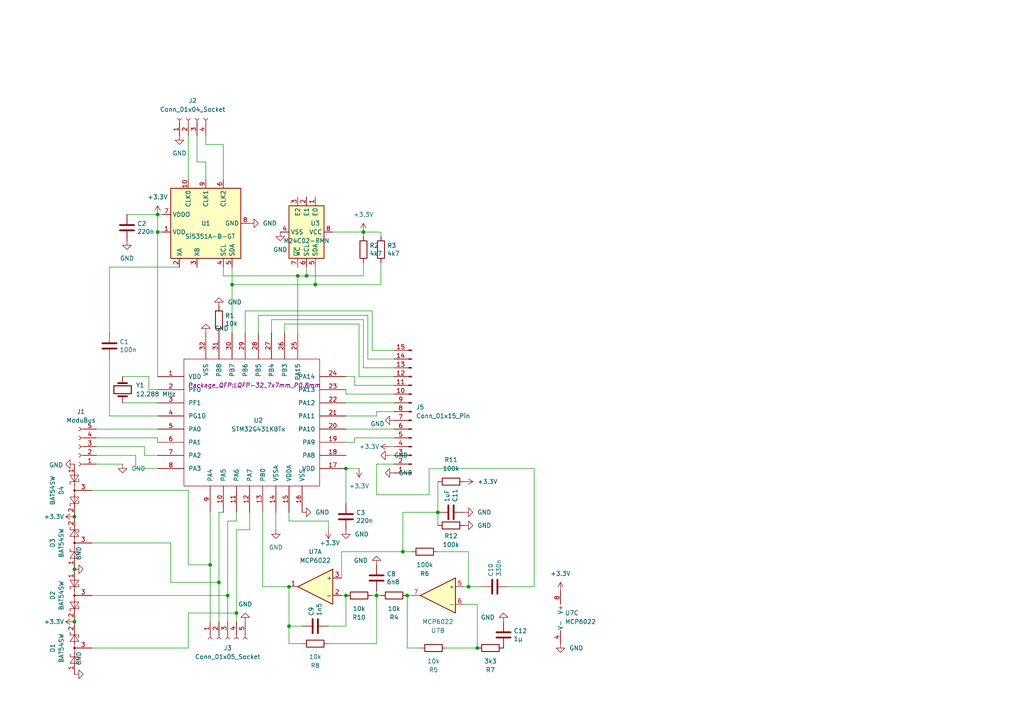
<source format=kicad_sch>
(kicad_sch (version 20231120) (generator "eeschema") (generator_version "8.0")
  (paper "A4")
  (title_block (title "SQUEOW!") (date "2024-10-07") (rev "v0.2") (comment 1 "square meow pusher"))
  (lib_symbols
    (symbol "Amplifier_Operational:MCP6022" (pin_names (offset 0.127))
      (property "Reference" "U" (at 0 5.08 0))
      (property "Value" "MCP6022" (at 0 -5.08 0))
      (symbol "MCP6022_1_1"
        (polyline (pts (xy -5.08 5.08) (xy 5.08 0) (xy -5.08 -5.08) (xy -5.08 5.08)) (stroke (width 0.254)) (fill (type background)))
        (pin output line (at 7.62 0 180) (length 2.54) (name "~") (number "1"))
        (pin input line (at -7.62 -2.54 0) (length 2.54) (name "-") (number "2"))
        (pin input line (at -7.62 2.54 0) (length 2.54) (name "+") (number "3"))
      )
      (symbol "MCP6022_2_1"
        (polyline (pts (xy -5.08 5.08) (xy 5.08 0) (xy -5.08 -5.08) (xy -5.08 5.08)) (stroke (width 0.254)) (fill (type background)))
        (pin input line (at -7.62 2.54 0) (length 2.54) (name "+") (number "5"))
        (pin input line (at -7.62 -2.54 0) (length 2.54) (name "-") (number "6"))
        (pin output line (at 7.62 0 180) (length 2.54) (name "~") (number "7"))
      )
      (symbol "MCP6022_3_1"
        (pin power_in line (at -2.54 -7.62 90) (length 3.81) (name "V-") (number "4"))
        (pin power_in line (at -2.54 7.62 270) (length 3.81) (name "V+") (number "8"))
      )
    )
    (symbol "Connector:Conn_01x04_Socket" (pin_names (offset 1.016) hide)
      (property "Reference" "J" (at 0 5.08 0))
      (property "Value" "Conn_01x04_Socket" (at 0 -7.62 0))
      (symbol "Conn_01x04_Socket_1_1"
        (arc (start 0 -4.572) (mid -0.5058 -5.08) (end 0 -5.588) (stroke (width 0.1524)))
        (arc (start 0 -2.032) (mid -0.5058 -2.54) (end 0 -3.048) (stroke (width 0.1524)))
        (polyline (pts (xy -1.27 -5.08) (xy -0.508 -5.08)) (stroke (width 0.1524)))
        (polyline (pts (xy -1.27 -2.54) (xy -0.508 -2.54)) (stroke (width 0.1524)))
        (polyline (pts (xy -1.27 0) (xy -0.508 0)) (stroke (width 0.1524)))
        (polyline (pts (xy -1.27 2.54) (xy -0.508 2.54)) (stroke (width 0.1524)))
        (arc (start 0 0.508) (mid -0.5058 0) (end 0 -0.508) (stroke (width 0.1524)))
        (arc (start 0 3.048) (mid -0.5058 2.54) (end 0 2.032) (stroke (width 0.1524)))
        (pin passive line (at -5.08 2.54 0) (length 3.81) (name "Pin_1") (number "1"))
        (pin passive line (at -5.08 0 0) (length 3.81) (name "Pin_2") (number "2"))
        (pin passive line (at -5.08 -2.54 0) (length 3.81) (name "Pin_3") (number "3"))
        (pin passive line (at -5.08 -5.08 0) (length 3.81) (name "Pin_4") (number "4"))
      )
    )
    (symbol "Connector:Conn_01x05_Female" (pin_names (offset 1.016) hide)
      (property "Reference" "J" (at 0 7.62 0))
      (property "Value" "Conn_01x05_Female" (at 0 -7.62 0))
      (symbol "Conn_01x05_Female_1_1"
        (arc (start 0 -4.572) (mid -0.5058 -5.08) (end 0 -5.588) (stroke (width 0.1524)))
        (arc (start 0 -2.032) (mid -0.5058 -2.54) (end 0 -3.048) (stroke (width 0.1524)))
        (polyline (pts (xy -1.27 -5.08) (xy -0.508 -5.08)) (stroke (width 0.1524)))
        (polyline (pts (xy -1.27 -2.54) (xy -0.508 -2.54)) (stroke (width 0.1524)))
        (polyline (pts (xy -1.27 0) (xy -0.508 0)) (stroke (width 0.1524)))
        (polyline (pts (xy -1.27 2.54) (xy -0.508 2.54)) (stroke (width 0.1524)))
        (polyline (pts (xy -1.27 5.08) (xy -0.508 5.08)) (stroke (width 0.1524)))
        (arc (start 0 0.508) (mid -0.5058 0) (end 0 -0.508) (stroke (width 0.1524)))
        (arc (start 0 3.048) (mid -0.5058 2.54) (end 0 2.032) (stroke (width 0.1524)))
        (arc (start 0 5.588) (mid -0.5058 5.08) (end 0 4.572) (stroke (width 0.1524)))
        (pin passive line (at -5.08 5.08 0) (length 3.81) (name "Pin_1") (number "1"))
        (pin passive line (at -5.08 2.54 0) (length 3.81) (name "Pin_2") (number "2"))
        (pin passive line (at -5.08 0 0) (length 3.81) (name "Pin_3") (number "3"))
        (pin passive line (at -5.08 -2.54 0) (length 3.81) (name "Pin_4") (number "4"))
        (pin passive line (at -5.08 -5.08 0) (length 3.81) (name "Pin_5") (number "5"))
      )
    )
    (symbol "Connector:Conn_01x05_Socket" (pin_names (offset 1.016) hide)
      (property "Reference" "J" (at 0 7.62 0))
      (property "Value" "Conn_01x05_Socket" (at 0 -7.62 0))
      (symbol "Conn_01x05_Socket_1_1"
        (arc (start 0 -4.572) (mid -0.5058 -5.08) (end 0 -5.588) (stroke (width 0.1524)))
        (arc (start 0 -2.032) (mid -0.5058 -2.54) (end 0 -3.048) (stroke (width 0.1524)))
        (polyline (pts (xy -1.27 -5.08) (xy -0.508 -5.08)) (stroke (width 0.1524)))
        (polyline (pts (xy -1.27 -2.54) (xy -0.508 -2.54)) (stroke (width 0.1524)))
        (polyline (pts (xy -1.27 0) (xy -0.508 0)) (stroke (width 0.1524)))
        (polyline (pts (xy -1.27 2.54) (xy -0.508 2.54)) (stroke (width 0.1524)))
        (polyline (pts (xy -1.27 5.08) (xy -0.508 5.08)) (stroke (width 0.1524)))
        (arc (start 0 0.508) (mid -0.5058 0) (end 0 -0.508) (stroke (width 0.1524)))
        (arc (start 0 3.048) (mid -0.5058 2.54) (end 0 2.032) (stroke (width 0.1524)))
        (arc (start 0 5.588) (mid -0.5058 5.08) (end 0 4.572) (stroke (width 0.1524)))
        (pin passive line (at -5.08 5.08 0) (length 3.81) (name "Pin_1") (number "1"))
        (pin passive line (at -5.08 2.54 0) (length 3.81) (name "Pin_2") (number "2"))
        (pin passive line (at -5.08 0 0) (length 3.81) (name "Pin_3") (number "3"))
        (pin passive line (at -5.08 -2.54 0) (length 3.81) (name "Pin_4") (number "4"))
        (pin passive line (at -5.08 -5.08 0) (length 3.81) (name "Pin_5") (number "5"))
      )
    )
    (symbol "Connector:Conn_01x15_Pin" (pin_names (offset 1.016) hide)
      (property "Reference" "J" (at 0 20.32 0))
      (property "Value" "Conn_01x15_Pin" (at 0 -20.32 0))
      (symbol "Conn_01x15_Pin_1_1"
        (polyline (pts (xy 1.27 -17.78) (xy 0.8636 -17.78)) (stroke (width 0.1524)))
        (polyline (pts (xy 1.27 -15.24) (xy 0.8636 -15.24)) (stroke (width 0.1524)))
        (polyline (pts (xy 1.27 -12.7) (xy 0.8636 -12.7)) (stroke (width 0.1524)))
        (polyline (pts (xy 1.27 -10.16) (xy 0.8636 -10.16)) (stroke (width 0.1524)))
        (polyline (pts (xy 1.27 -7.62) (xy 0.8636 -7.62)) (stroke (width 0.1524)))
        (polyline (pts (xy 1.27 -5.08) (xy 0.8636 -5.08)) (stroke (width 0.1524)))
        (polyline (pts (xy 1.27 -2.54) (xy 0.8636 -2.54)) (stroke (width 0.1524)))
        (polyline (pts (xy 1.27 0) (xy 0.8636 0)) (stroke (width 0.1524)))
        (polyline (pts (xy 1.27 2.54) (xy 0.8636 2.54)) (stroke (width 0.1524)))
        (polyline (pts (xy 1.27 5.08) (xy 0.8636 5.08)) (stroke (width 0.1524)))
        (polyline (pts (xy 1.27 7.62) (xy 0.8636 7.62)) (stroke (width 0.1524)))
        (polyline (pts (xy 1.27 10.16) (xy 0.8636 10.16)) (stroke (width 0.1524)))
        (polyline (pts (xy 1.27 12.7) (xy 0.8636 12.7)) (stroke (width 0.1524)))
        (polyline (pts (xy 1.27 15.24) (xy 0.8636 15.24)) (stroke (width 0.1524)))
        (polyline (pts (xy 1.27 17.78) (xy 0.8636 17.78)) (stroke (width 0.1524)))
        (rectangle (start 0.8636 -17.653) (end 0 -17.907) (stroke (width 0.1524)) (fill (type outline)))
        (rectangle (start 0.8636 -15.113) (end 0 -15.367) (stroke (width 0.1524)) (fill (type outline)))
        (rectangle (start 0.8636 -12.573) (end 0 -12.827) (stroke (width 0.1524)) (fill (type outline)))
        (rectangle (start 0.8636 -10.033) (end 0 -10.287) (stroke (width 0.1524)) (fill (type outline)))
        (rectangle (start 0.8636 -7.493) (end 0 -7.747) (stroke (width 0.1524)) (fill (type outline)))
        (rectangle (start 0.8636 -4.953) (end 0 -5.207) (stroke (width 0.1524)) (fill (type outline)))
        (rectangle (start 0.8636 -2.413) (end 0 -2.667) (stroke (width 0.1524)) (fill (type outline)))
        (rectangle (start 0.8636 0.127) (end 0 -0.127) (stroke (width 0.1524)) (fill (type outline)))
        (rectangle (start 0.8636 2.667) (end 0 2.413) (stroke (width 0.1524)) (fill (type outline)))
        (rectangle (start 0.8636 5.207) (end 0 4.953) (stroke (width 0.1524)) (fill (type outline)))
        (rectangle (start 0.8636 7.747) (end 0 7.493) (stroke (width 0.1524)) (fill (type outline)))
        (rectangle (start 0.8636 10.287) (end 0 10.033) (stroke (width 0.1524)) (fill (type outline)))
        (rectangle (start 0.8636 12.827) (end 0 12.573) (stroke (width 0.1524)) (fill (type outline)))
        (rectangle (start 0.8636 15.367) (end 0 15.113) (stroke (width 0.1524)) (fill (type outline)))
        (rectangle (start 0.8636 17.907) (end 0 17.653) (stroke (width 0.1524)) (fill (type outline)))
        (pin passive line (at 5.08 17.78 180) (length 3.81) (name "Pin_1") (number "1"))
        (pin passive line (at 5.08 -5.08 180) (length 3.81) (name "Pin_10") (number "10"))
        (pin passive line (at 5.08 -7.62 180) (length 3.81) (name "Pin_11") (number "11"))
        (pin passive line (at 5.08 -10.16 180) (length 3.81) (name "Pin_12") (number "12"))
        (pin passive line (at 5.08 -12.7 180) (length 3.81) (name "Pin_13") (number "13"))
        (pin passive line (at 5.08 -15.24 180) (length 3.81) (name "Pin_14") (number "14"))
        (pin passive line (at 5.08 -17.78 180) (length 3.81) (name "Pin_15") (number "15"))
        (pin passive line (at 5.08 15.24 180) (length 3.81) (name "Pin_2") (number "2"))
        (pin passive line (at 5.08 12.7 180) (length 3.81) (name "Pin_3") (number "3"))
        (pin passive line (at 5.08 10.16 180) (length 3.81) (name "Pin_4") (number "4"))
        (pin passive line (at 5.08 7.62 180) (length 3.81) (name "Pin_5") (number "5"))
        (pin passive line (at 5.08 5.08 180) (length 3.81) (name "Pin_6") (number "6"))
        (pin passive line (at 5.08 2.54 180) (length 3.81) (name "Pin_7") (number "7"))
        (pin passive line (at 5.08 0 180) (length 3.81) (name "Pin_8") (number "8"))
        (pin passive line (at 5.08 -2.54 180) (length 3.81) (name "Pin_9") (number "9"))
      )
    )
    (symbol "Device:C" (pin_numbers hide) (pin_names (offset 0.254))
      (property "Reference" "C" (at 0.635 2.54 0))
      (property "Value" "C" (at 0.635 -2.54 0))
      (symbol "C_0_1"
        (polyline (pts (xy -2.032 -0.762) (xy 2.032 -0.762)) (stroke (width 0.508)))
        (polyline (pts (xy -2.032 0.762) (xy 2.032 0.762)) (stroke (width 0.508)))
      )
      (symbol "C_1_1"
        (pin passive line (at 0 3.81 270) (length 2.794) (name "~") (number "1"))
        (pin passive line (at 0 -3.81 90) (length 2.794) (name "~") (number "2"))
      )
    )
    (symbol "Device:Crystal" (pin_numbers hide) (pin_names (offset 1.016) hide)
      (property "Reference" "Y" (at 0 3.81 0))
      (property "Value" "Crystal" (at 0 -3.81 0))
      (symbol "Crystal_0_1"
        (rectangle (start -1.143 2.54) (end 1.143 -2.54) (stroke (width 0.3048)))
        (polyline (pts (xy -2.54 0) (xy -1.905 0)))
        (polyline (pts (xy -1.905 -1.27) (xy -1.905 1.27)) (stroke (width 0.508)))
        (polyline (pts (xy 1.905 -1.27) (xy 1.905 1.27)) (stroke (width 0.508)))
        (polyline (pts (xy 2.54 0) (xy 1.905 0)))
      )
      (symbol "Crystal_1_1"
        (pin passive line (at -3.81 0 0) (length 1.27) (name "1") (number "1"))
        (pin passive line (at 3.81 0 180) (length 1.27) (name "2") (number "2"))
      )
    )
    (symbol "Device:R" (pin_numbers hide) (pin_names (offset 0))
      (property "Reference" "R" (at 2.032 0 90))
      (property "Value" "Device_R" (at 0 0 90))
      (symbol "R_0_1"
        (rectangle (start -1.016 -2.54) (end 1.016 2.54) (stroke (width 0.254)))
      )
      (symbol "R_1_1"
        (pin passive line (at 0 3.81 270) (length 1.27) (name "~") (number "1"))
        (pin passive line (at 0 -3.81 90) (length 1.27) (name "~") (number "2"))
      )
    )
    (symbol "Diode:BAT54SW" (pin_names (offset 1.016))
      (property "Reference" "D" (at 0.635 -3.81 0))
      (property "Value" "BAT54SW" (at -6.35 3.175 0))
      (symbol "BAT54SW_0_1"
        (polyline (pts (xy -3.81 0) (xy -1.27 0)))
        (polyline (pts (xy -3.175 -1.27) (xy -3.175 -1.016)))
        (polyline (pts (xy -2.54 -1.27) (xy -3.175 -1.27)))
        (polyline (pts (xy -2.54 -1.27) (xy -2.54 1.27)))
        (polyline (pts (xy -2.54 1.27) (xy -1.905 1.27)))
        (polyline (pts (xy -1.905 0) (xy 1.905 0)))
        (polyline (pts (xy -1.905 1.27) (xy -1.905 1.016)))
        (polyline (pts (xy 1.27 0) (xy 3.81 0)))
        (polyline (pts (xy 3.175 -1.27) (xy 3.175 -1.016)))
        (polyline (pts (xy 3.81 -1.27) (xy 3.175 -1.27)))
        (polyline (pts (xy 3.81 -1.27) (xy 3.81 1.27)))
        (polyline (pts (xy 3.81 1.27) (xy 4.445 1.27)))
        (polyline (pts (xy 4.445 1.27) (xy 4.445 1.016)))
        (polyline (pts (xy -4.445 1.27) (xy -4.445 -1.27) (xy -2.54 0) (xy -4.445 1.27)))
        (polyline (pts (xy 1.905 1.27) (xy 1.905 -1.27) (xy 3.81 0) (xy 1.905 1.27)))
        (circle (center 0 0) (radius 0.254) (fill (type outline)))
      )
      (symbol "BAT54SW_1_1"
        (pin passive line (at -7.62 0 0) (length 3.81) (name "~") (number "1"))
        (pin passive line (at 7.62 0 180) (length 3.81) (name "~") (number "2"))
        (pin passive line (at 0 -5.08 90) (length 5.08) (name "~") (number "3"))
      )
    )
    (symbol "Memory_EEPROM:M24C02-RMN"
      (property "Reference" "U" (at -6.35 6.35 0))
      (property "Value" "Memory_EEPROM_M24C02-RMN" (at 7.62 6.35 0))
      (symbol "M24C02-RMN_0_1"
        (rectangle (start -7.62 5.08) (end 7.62 -5.08) (stroke (width 0.254)) (fill (type background)))
      )
      (symbol "M24C02-RMN_1_1"
        (pin input line (at -10.16 2.54 0) (length 2.54) (name "E0") (number "1"))
        (pin input line (at -10.16 0 0) (length 2.54) (name "E1") (number "2"))
        (pin input line (at -10.16 -2.54 0) (length 2.54) (name "E2") (number "3"))
        (pin power_in line (at 0 -7.62 90) (length 2.54) (name "VSS") (number "4"))
        (pin bidirectional line (at 10.16 2.54 180) (length 2.54) (name "SDA") (number "5"))
        (pin input line (at 10.16 0 180) (length 2.54) (name "SCL") (number "6"))
        (pin input line (at 10.16 -2.54 180) (length 2.54) (name "~{WC}") (number "7"))
        (pin power_in line (at 0 7.62 270) (length 2.54) (name "VCC") (number "8"))
      )
    )
    (symbol "Oscillator:Si5351A-B-GT"
      (property "Reference" "U" (at -8.89 11.43 0))
      (property "Value" "Si5351A-B-GT" (at -12.7 -12.7 0))
      (symbol "Si5351A-B-GT_0_1"
        (rectangle (start -10.16 10.16) (end 10.16 -10.16) (stroke (width 0.254)) (fill (type background)))
      )
      (symbol "Si5351A-B-GT_1_1"
        (pin power_in line (at -2.54 12.7 270) (length 2.54) (name "VDD") (number "1"))
        (pin output line (at 12.7 5.08 180) (length 2.54) (name "CLK0") (number "10"))
        (pin input line (at -12.7 7.62 0) (length 2.54) (name "XA") (number "2"))
        (pin input line (at -12.7 2.54 0) (length 2.54) (name "XB") (number "3"))
        (pin input line (at -12.7 -5.08 0) (length 2.54) (name "SCL") (number "4"))
        (pin bidirectional line (at -12.7 -7.62 0) (length 2.54) (name "SDA") (number "5"))
        (pin output line (at 12.7 -5.08 180) (length 2.54) (name "CLK2") (number "6"))
        (pin power_in line (at 2.54 12.7 270) (length 2.54) (name "VDDO") (number "7"))
        (pin power_in line (at 0 -12.7 90) (length 2.54) (name "GND") (number "8"))
        (pin output line (at 12.7 0 180) (length 2.54) (name "CLK1") (number "9"))
      )
    )
    (symbol "R_1" (pin_numbers hide) (pin_names (offset 0))
      (property "Reference" "R" (at 2.032 0 90))
      (property "Value" "R" (at 0 0 90))
      (symbol "R_1_0_1"
        (rectangle (start -1.016 -2.54) (end 1.016 2.54) (stroke (width 0.254)))
      )
      (symbol "R_1_1_1"
        (pin passive line (at 0 3.81 270) (length 1.27) (name "~") (number "1"))
        (pin passive line (at 0 -3.81 90) (length 1.27) (name "~") (number "2"))
      )
    )
    (symbol "cesco:STM32G431KBTx" (pin_names (offset 1.27))
      (property "Reference" "U" (at 0 2.54 0))
      (property "Value" "STM32G431KBTx" (at 0 -2.54 0))
      (property "Footprint" "LQFP32" (at 0 -5.08 0))
      (symbol "STM32G431KBTx_0_1"
        (rectangle (start -21.59 19.05) (end 17.78 -17.78))
      )
      (symbol "STM32G431KBTx_1_1"
        (pin power_in line (at -29.21 13.97 0) (length 7.62) (name "VDD") (number "1"))
        (pin bidirectional line (at -10.16 -25.4 90) (length 7.62) (name "PA5") (number "10"))
        (pin bidirectional line (at -6.35 -25.4 90) (length 7.62) (name "PA6") (number "11"))
        (pin bidirectional line (at -2.54 -25.4 90) (length 7.62) (name "PA7") (number "12"))
        (pin bidirectional line (at 1.27 -25.4 90) (length 7.62) (name "PB0") (number "13"))
        (pin power_in line (at 5.08 -25.4 90) (length 7.62) (name "VSSA") (number "14"))
        (pin power_in line (at 8.89 -25.4 90) (length 7.62) (name "VDDA") (number "15"))
        (pin power_in line (at 12.7 -25.4 90) (length 7.62) (name "VSS") (number "16"))
        (pin power_in line (at 25.4 -12.7 180) (length 7.62) (name "VDD") (number "17"))
        (pin bidirectional line (at 25.4 -8.89 180) (length 7.62) (name "PA8") (number "18"))
        (pin bidirectional line (at 25.4 -5.08 180) (length 7.62) (name "PA9") (number "19"))
        (pin bidirectional line (at -29.21 10.16 0) (length 7.62) (name "PF0") (number "2"))
        (pin bidirectional line (at 25.4 -1.27 180) (length 7.62) (name "PA10") (number "20"))
        (pin bidirectional line (at 25.4 2.54 180) (length 7.62) (name "PA11") (number "21"))
        (pin bidirectional line (at 25.4 6.35 180) (length 7.62) (name "PA12") (number "22"))
        (pin bidirectional line (at 25.4 10.16 180) (length 7.62) (name "PA13") (number "23"))
        (pin bidirectional line (at 25.4 13.97 180) (length 7.62) (name "PA14") (number "24"))
        (pin bidirectional line (at 11.43 26.67 270) (length 7.62) (name "PA15") (number "25"))
        (pin bidirectional line (at 7.62 26.67 270) (length 7.62) (name "PB3") (number "26"))
        (pin bidirectional line (at 3.81 26.67 270) (length 7.62) (name "PB4") (number "27"))
        (pin bidirectional line (at 0 26.67 270) (length 7.62) (name "PB5") (number "28"))
        (pin bidirectional line (at -3.81 26.67 270) (length 7.62) (name "PB6") (number "29"))
        (pin bidirectional line (at -29.21 6.35 0) (length 7.62) (name "PF1") (number "3"))
        (pin bidirectional line (at -7.62 26.67 270) (length 7.62) (name "PB7") (number "30"))
        (pin bidirectional line (at -11.43 26.67 270) (length 7.62) (name "PB8") (number "31"))
        (pin power_in line (at -15.24 26.67 270) (length 7.62) (name "VSS") (number "32"))
        (pin bidirectional line (at -29.21 2.54 0) (length 7.62) (name "PG10") (number "4"))
        (pin bidirectional line (at -29.21 -1.27 0) (length 7.62) (name "PA0") (number "5"))
        (pin bidirectional line (at -29.21 -5.08 0) (length 7.62) (name "PA1") (number "6"))
        (pin bidirectional line (at -29.21 -8.89 0) (length 7.62) (name "PA2") (number "7"))
        (pin bidirectional line (at -29.21 -12.7 0) (length 7.62) (name "PA3") (number "8"))
        (pin bidirectional line (at -13.97 -25.4 90) (length 7.62) (name "PA4") (number "9"))
      )
    )
    (symbol "power:+3.3V" (power) (pin_names (offset 0))
      (property "Value" "+3.3V" (at 0 3.556 0))
      (symbol "+3.3V_0_1"
        (polyline (pts (xy -0.762 1.27) (xy 0 2.54)))
        (polyline (pts (xy 0 0) (xy 0 2.54)))
        (polyline (pts (xy 0 2.54) (xy 0.762 1.27)))
      )
      (symbol "+3.3V_1_1"
        (pin power_in line (at 0 0 90) (length 0) hide (name "+3.3V") (number "1"))
      )
    )
    (symbol "power:GND" (power) (pin_names (offset 0))
      (property "Value" "GND" (at 0 -3.81 0))
      (symbol "GND_0_1"
        (polyline (pts (xy 0 0) (xy 0 -1.27) (xy 1.27 -1.27) (xy 0 -2.54) (xy -1.27 -1.27) (xy 0 -1.27)))
      )
      (symbol "GND_1_1"
        (pin power_in line (at 0 0 270) (length 0) hide (name "GND") (number "1"))
      )
    )
  )
  (junction (at 86.36 80.01))
  (junction (at 68.58 177.8))
  (junction (at 127 148.59))
  (junction (at 100.33 135.89))
  (junction (at 116.84 160.02))
  (junction (at 60.96 163.83))
  (junction (at 83.82 181.61))
  (junction (at 105.41 67.31))
  (junction (at 118.11 172.72))
  (junction (at 66.04 172.72))
  (junction (at 67.31 82.55))
  (junction (at 21.59 149.86))
  (junction (at 21.59 180.34))
  (junction (at 109.22 172.72))
  (junction (at 88.9 80.01))
  (junction (at 91.44 82.55))
  (junction (at 138.43 187.96))
  (junction (at 45.72 67.31))
  (junction (at 100.33 172.72))
  (junction (at 63.5 168.91))
  (junction (at 45.72 62.23))
  (junction (at 21.59 165.1))
  (junction (at 83.82 170.18))
  (junction (at 135.89 170.18))
  (wire (pts (xy 118.11 187.96) (xy 118.11 172.72)))
  (wire (pts (xy 96.52 67.31) (xy 105.41 67.31)))
  (wire (pts (xy 41.91 129.54) (xy 41.91 132.08)))
  (wire (pts (xy 116.84 148.59) (xy 127 148.59)))
  (wire (pts (xy 54.61 39.37) (xy 54.61 52.07)))
  (wire (pts (xy 74.93 96.52) (xy 74.93 91.44)))
  (wire (pts (xy 124.46 135.89) (xy 124.46 143.51)))
  (wire (pts (xy 100.33 113.03) (xy 100.33 114.3)))
  (wire (pts (xy 83.82 151.13) (xy 95.25 151.13)))
  (wire (pts (xy 99.06 160.02) (xy 116.84 160.02)))
  (wire (pts (xy 104.14 135.89) (xy 100.33 135.89)))
  (wire (pts (xy 109.22 143.51) (xy 109.22 134.62)))
  (wire (pts (xy 83.82 170.18) (xy 83.82 181.61)))
  (wire (pts (xy 49.53 168.91) (xy 63.5 168.91)))
  (wire (pts (xy 67.31 82.55) (xy 67.31 96.52)))
  (wire (pts (xy 83.82 148.59) (xy 83.82 151.13)))
  (wire (pts (xy 105.41 67.31) (xy 105.41 68.58)))
  (wire (pts (xy 95.25 151.13) (xy 95.25 153.67)))
  (wire (pts (xy 71.12 96.52) (xy 71.12 90.17)))
  (wire (pts (xy 59.69 46.99) (xy 59.69 52.07)))
  (wire (pts (xy 109.22 172.72) (xy 110.49 172.72)))
  (wire (pts (xy 66.04 172.72) (xy 66.04 180.34)))
  (wire (pts (xy 45.72 62.23) (xy 46.99 62.23)))
  (wire (pts (xy 138.43 187.96) (xy 138.43 175.26)))
  (wire (pts (xy 63.5 148.59) (xy 63.5 168.91)))
  (wire (pts (xy 39.37 132.08) (xy 39.37 135.89)))
  (wire (pts (xy 76.2 170.18) (xy 83.82 170.18)))
  (wire (pts (xy 100.33 181.61) (xy 100.33 172.72)))
  (wire (pts (xy 49.53 157.48) (xy 49.53 168.91)))
  (wire (pts (xy 27.94 124.46) (xy 45.72 124.46)))
  (wire (pts (xy 154.94 135.89) (xy 124.46 135.89)))
  (wire (pts (xy 100.33 116.84) (xy 114.3 116.84)))
  (wire (pts (xy 45.72 67.31) (xy 45.72 62.23)))
  (wire (pts (xy 127 148.59) (xy 127 152.4)))
  (wire (pts (xy 118.11 187.96) (xy 121.92 187.96)))
  (wire (pts (xy 54.61 142.24) (xy 54.61 163.83)))
  (wire (pts (xy 26.67 142.24) (xy 54.61 142.24)))
  (wire (pts (xy 102.87 111.76) (xy 114.3 111.76)))
  (wire (pts (xy 66.04 151.13) (xy 66.04 172.72)))
  (wire (pts (xy 109.22 172.72) (xy 109.22 171.45)))
  (wire (pts (xy 104.14 109.22) (xy 114.3 109.22)))
  (wire (pts (xy 107.95 90.17) (xy 107.95 101.6)))
  (wire (pts (xy 45.72 127) (xy 45.72 128.27)))
  (wire (pts (xy 88.9 77.47) (xy 88.9 80.01)))
  (wire (pts (xy 63.5 168.91) (xy 63.5 180.34)))
  (wire (pts (xy 135.89 160.02) (xy 135.89 170.18)))
  (wire (pts (xy 54.61 177.8) (xy 68.58 177.8)))
  (wire (pts (xy 83.82 186.69) (xy 83.82 181.61)))
  (wire (pts (xy 67.31 77.47) (xy 67.31 82.55)))
  (wire (pts (xy 106.68 104.14) (xy 114.3 104.14)))
  (wire (pts (xy 60.96 148.59) (xy 60.96 163.83)))
  (wire (pts (xy 68.58 177.8) (xy 68.58 180.34)))
  (wire (pts (xy 87.63 186.69) (xy 83.82 186.69)))
  (wire (pts (xy 59.69 41.91) (xy 64.77 41.91)))
  (wire (pts (xy 82.55 96.52) (xy 82.55 93.98)))
  (wire (pts (xy 26.67 157.48) (xy 49.53 157.48)))
  (wire (pts (xy 100.33 128.27) (xy 102.87 128.27)))
  (wire (pts (xy 110.49 82.55) (xy 91.44 82.55)))
  (wire (pts (xy 154.94 170.18) (xy 154.94 135.89)))
  (wire (pts (xy 36.83 62.23) (xy 45.72 62.23)))
  (wire (pts (xy 105.41 92.71) (xy 105.41 106.68)))
  (wire (pts (xy 43.18 113.03) (xy 43.18 109.22)))
  (wire (pts (xy 54.61 187.96) (xy 54.61 177.8)))
  (wire (pts (xy 100.33 109.22) (xy 102.87 109.22)))
  (wire (pts (xy 74.93 91.44) (xy 106.68 91.44)))
  (wire (pts (xy 110.49 76.2) (xy 110.49 82.55)))
  (wire (pts (xy 45.72 67.31) (xy 46.99 67.31)))
  (wire (pts (xy 31.75 77.47) (xy 31.75 96.52)))
  (wire (pts (xy 100.33 135.89) (xy 100.33 146.05)))
  (wire (pts (xy 114.3 132.08) (xy 113.03 132.08)))
  (wire (pts (xy 100.33 124.46) (xy 114.3 124.46)))
  (wire (pts (xy 129.54 187.96) (xy 138.43 187.96)))
  (wire (pts (xy 110.49 67.31) (xy 110.49 68.58)))
  (wire (pts (xy 109.22 120.65) (xy 109.22 119.38)))
  (wire (pts (xy 27.94 127) (xy 45.72 127)))
  (wire (pts (xy 45.72 67.31) (xy 45.72 109.22)))
  (wire (pts (xy 127 139.7) (xy 127 148.59)))
  (wire (pts (xy 27.94 132.08) (xy 39.37 132.08)))
  (wire (pts (xy 72.39 148.59) (xy 72.39 153.67)))
  (wire (pts (xy 147.32 170.18) (xy 154.94 170.18)))
  (wire (pts (xy 109.22 119.38) (xy 114.3 119.38)))
  (wire (pts (xy 27.94 134.62) (xy 35.56 134.62)))
  (wire (pts (xy 116.84 160.02) (xy 116.84 148.59)))
  (wire (pts (xy 64.77 80.01) (xy 64.77 77.47)))
  (wire (pts (xy 64.77 41.91) (xy 64.77 52.07)))
  (wire (pts (xy 118.11 172.72) (xy 119.38 172.72)))
  (wire (pts (xy 31.75 104.14) (xy 31.75 120.65)))
  (wire (pts (xy 71.12 90.17) (xy 107.95 90.17)))
  (wire (pts (xy 102.87 109.22) (xy 102.87 111.76)))
  (wire (pts (xy 100.33 120.65) (xy 109.22 120.65)))
  (wire (pts (xy 41.91 132.08) (xy 45.72 132.08)))
  (wire (pts (xy 102.87 127) (xy 114.3 127)))
  (wire (pts (xy 105.41 80.01) (xy 105.41 76.2)))
  (wire (pts (xy 124.46 143.51) (xy 109.22 143.51)))
  (wire (pts (xy 27.94 129.54) (xy 41.91 129.54)))
  (wire (pts (xy 104.14 93.98) (xy 104.14 109.22)))
  (wire (pts (xy 63.5 148.59) (xy 64.77 148.59)))
  (wire (pts (xy 134.62 170.18) (xy 135.89 170.18)))
  (wire (pts (xy 31.75 77.47) (xy 52.07 77.47)))
  (wire (pts (xy 107.95 101.6) (xy 114.3 101.6)))
  (wire (pts (xy 59.69 39.37) (xy 59.69 41.91)))
  (wire (pts (xy 109.22 172.72) (xy 107.95 172.72)))
  (wire (pts (xy 64.77 80.01) (xy 86.36 80.01)))
  (wire (pts (xy 68.58 153.67) (xy 72.39 153.67)))
  (wire (pts (xy 35.56 116.84) (xy 45.72 116.84)))
  (wire (pts (xy 99.06 167.64) (xy 99.06 160.02)))
  (wire (pts (xy 26.67 187.96) (xy 54.61 187.96)))
  (wire (pts (xy 67.31 82.55) (xy 91.44 82.55)))
  (wire (pts (xy 105.41 106.68) (xy 114.3 106.68)))
  (wire (pts (xy 54.61 163.83) (xy 60.96 163.83)))
  (wire (pts (xy 43.18 109.22) (xy 35.56 109.22)))
  (wire (pts (xy 135.89 170.18) (xy 139.7 170.18)))
  (wire (pts (xy 68.58 153.67) (xy 68.58 177.8)))
  (wire (pts (xy 45.72 120.65) (xy 31.75 120.65)))
  (wire (pts (xy 88.9 80.01) (xy 105.41 80.01)))
  (wire (pts (xy 39.37 135.89) (xy 45.72 135.89)))
  (wire (pts (xy 116.84 160.02) (xy 119.38 160.02)))
  (wire (pts (xy 87.63 181.61) (xy 83.82 181.61)))
  (wire (pts (xy 60.96 163.83) (xy 60.96 180.34)))
  (wire (pts (xy 82.55 93.98) (xy 104.14 93.98)))
  (wire (pts (xy 68.58 148.59) (xy 68.58 151.13)))
  (wire (pts (xy 76.2 148.59) (xy 76.2 170.18)))
  (wire (pts (xy 100.33 114.3) (xy 114.3 114.3)))
  (wire (pts (xy 78.74 92.71) (xy 105.41 92.71)))
  (wire (pts (xy 86.36 80.01) (xy 88.9 80.01)))
  (wire (pts (xy 91.44 82.55) (xy 91.44 77.47)))
  (wire (pts (xy 45.72 113.03) (xy 43.18 113.03)))
  (wire (pts (xy 26.67 172.72) (xy 66.04 172.72)))
  (wire (pts (xy 102.87 128.27) (xy 102.87 127)))
  (wire (pts (xy 95.25 181.61) (xy 100.33 181.61)))
  (wire (pts (xy 95.25 186.69) (xy 109.22 186.69)))
  (wire (pts (xy 105.41 67.31) (xy 110.49 67.31)))
  (wire (pts (xy 109.22 134.62) (xy 114.3 134.62)))
  (wire (pts (xy 59.69 46.99) (xy 57.15 46.99)))
  (wire (pts (xy 114.3 129.54) (xy 113.03 129.54)))
  (wire (pts (xy 100.33 172.72) (xy 99.06 172.72)))
  (wire (pts (xy 78.74 96.52) (xy 78.74 92.71)))
  (wire (pts (xy 66.04 151.13) (xy 68.58 151.13)))
  (wire (pts (xy 86.36 80.01) (xy 86.36 96.52)))
  (wire (pts (xy 109.22 186.69) (xy 109.22 172.72)))
  (wire (pts (xy 80.01 148.59) (xy 80.01 153.67)))
  (wire (pts (xy 138.43 175.26) (xy 134.62 175.26)))
  (wire (pts (xy 127 160.02) (xy 135.89 160.02)))
  (wire (pts (xy 57.15 46.99) (xy 57.15 39.37)))
  (wire (pts (xy 106.68 91.44) (xy 106.68 104.14)))
  (symbol (lib_id "power:GND") (at 146.05 180.34 180) (unit 1)
    (property "Reference" "#PWR040" (effects (hide yes)))
    (property "Value" "GND" (at 143.51 179.0701 0) (effects (justify left)))
  )
  (symbol (lib_name "R_1") (lib_id "Device:R") (at 114.3 172.72 270) (unit 1)
    (property "Reference" "R4" (at 114.3 179.07 90))
    (property "Value" "10k" (at 114.3 176.53 90))
    (property "Footprint" "Resistor_SMD:R_0805_2012Metric_Pad1.20x1.40mm_HandSolder" (effects (hide yes)))
    (property "Description" "Resistor" (effects (hide yes)))
  )
  (symbol (lib_id "power:+3.3V") (at 45.72 62.23 0) (unit 1)
    (property "Reference" "#PWR09" (effects (hide yes)))
    (property "Value" "+3.3V" (at 45.72 57.15 0))
  )
  (symbol (lib_id "Amplifier_Operational:MCP6022") (at 91.44 170.18 0) (mirror y) (unit 1)
    (property "Reference" "U7" (at 91.44 160.02 0))
    (property "Value" "MCP6022" (at 91.44 162.56 0))
    (property "Footprint" "Package_SO:SOIC-8_3.9x4.9mm_P1.27mm" (effects (hide yes)))
    (property "Datasheet" "http://ww1.microchip.com/downloads/en/devicedoc/20001685e.pdf" (effects (hide yes)))
    (property "Description" "Dual Operational Amplifiers, Rail-to-Rail Input/Output, DIP-8/SOIC-8/TSSOP-8" (effects (hide yes)))
  )
  (symbol (lib_id "Device:R") (at 105.41 72.39 0) (unit 1)
    (property "Reference" "R2" (at 107.188 71.2216 0) (effects (justify left)))
    (property "Value" "4k7" (at 107.188 73.533 0) (effects (justify left)))
    (property "Footprint" "Resistor_SMD:R_0805_2012Metric_Pad1.20x1.40mm_HandSolder" (effects (hide yes)))
  )
  (symbol (lib_id "Oscillator:Si5351A-B-GT") (at 59.69 64.77 90) (unit 1)
    (property "Reference" "U1" (at 59.69 64.77 90))
    (property "Value" "Si5351A-B-GT" (at 60.96 68.58 90))
    (property "Footprint" "Package_SO:MSOP-10_3x3mm_P0.5mm" (effects (hide yes)))
    (property "Datasheet" "https://www.silabs.com/documents/public/data-sheets/Si5351-B.pdf" (effects (hide yes)))
  )
  (symbol (lib_id "Device:C") (at 143.51 170.18 90) (unit 1)
    (property "Reference" "C10" (at 142.3416 167.259 0) (effects (justify left)))
    (property "Value" "330n" (at 144.653 167.259 0) (effects (justify left)))
    (property "Footprint" "Capacitor_SMD:C_1210_3225Metric_Pad1.33x2.70mm_HandSolder" (effects (hide yes)))
  )
  (symbol (lib_id "power:GND") (at 72.39 64.77 90) (unit 1)
    (property "Reference" "#PWR012" (effects (hide yes)))
    (property "Value" "GND" (at 76.2 64.7699 90) (effects (justify right)))
  )
  (symbol (lib_id "power:+3.3V") (at 113.03 129.54 90) (unit 1)
    (property "Reference" "#PWR021" (effects (hide yes)))
    (property "Value" "+3.3V" (at 104.14 129.54 90) (effects (justify right)))
  )
  (symbol (lib_id "Device:R") (at 63.5 92.71 0) (unit 1)
    (property "Reference" "R1" (at 65.278 91.5416 0) (effects (justify left)))
    (property "Value" "10k" (at 65.278 93.853 0) (effects (justify left)))
    (property "Footprint" "Resistor_SMD:R_0805_2012Metric_Pad1.20x1.40mm_HandSolder" (effects (hide yes)))
  )
  (symbol (lib_id "Diode:BAT54SW") (at 21.59 157.48 90) (unit 1)
    (property "Reference" "D3" (at 15.24 157.48 0))
    (property "Value" "BAT54SW" (at 17.78 157.48 0))
    (property "Footprint" "Package_TO_SOT_SMD:SOT-323_SC-70" (effects (hide yes)))
    (property "Datasheet" "https://assets.nexperia.com/documents/data-sheet/BAT54W_SER.pdf" (effects (hide yes)))
  )
  (symbol (lib_name "R_1") (lib_id "Device:R") (at 130.81 139.7 270) (mirror x) (unit 1)
    (property "Reference" "R11" (at 130.81 133.35 90))
    (property "Value" "100k" (at 130.81 135.89 90))
    (property "Footprint" "Resistor_SMD:R_0805_2012Metric_Pad1.20x1.40mm_HandSolder" (effects (hide yes)))
    (property "Description" "Resistor" (effects (hide yes)))
  )
  (symbol (lib_id "power:GND") (at 114.3 121.92 270) (mirror x) (unit 1)
    (property "Reference" "#PWR016" (effects (hide yes)))
    (property "Value" "GND" (at 107.442 122.936 90) (effects (justify left)))
  )
  (symbol (lib_id "Amplifier_Operational:MCP6022") (at 165.1 179.07 0) (unit 3)
    (property "Reference" "U7" (at 163.83 177.7999 0) (effects (justify left)))
    (property "Value" "MCP6022" (at 163.83 180.3399 0) (effects (justify left)))
    (property "Footprint" "Package_SO:SOIC-8_3.9x4.9mm_P1.27mm" (effects (hide yes)))
    (property "Datasheet" "http://ww1.microchip.com/downloads/en/devicedoc/20001685e.pdf" (effects (hide yes)))
    (property "Description" "Dual Operational Amplifiers, Rail-to-Rail Input/Output, DIP-8/SOIC-8/TSSOP-8" (effects (hide yes)))
  )
  (symbol (lib_id "Device:C") (at 36.83 66.04 0) (unit 1)
    (property "Reference" "C2" (at 39.751 64.8716 0) (effects (justify left)))
    (property "Value" "220n" (at 39.751 67.183 0) (effects (justify left)))
    (property "Footprint" "Capacitor_SMD:C_1210_3225Metric_Pad1.33x2.70mm_HandSolder" (effects (hide yes)))
  )
  (symbol (lib_id "Connector:Conn_01x05_Socket") (at 66.04 185.42 90) (mirror x) (unit 1)
    (property "Reference" "J3" (at 66.04 187.96 90))
    (property "Value" "Conn_01x05_Socket" (at 66.04 190.5 90))
    (property "Description" "Generic connector, single row, 01x05, script generated" (effects (hide yes)))
  )
  (symbol (lib_id "power:GND") (at 21.59 165.1 90) (unit 1)
    (property "Reference" "#PWR06" (effects (hide yes)))
    (property "Value" "GND" (at 22.8599 162.56 0) (effects (justify left)))
  )
  (symbol (lib_id "power:GND") (at 21.59 195.58 90) (unit 1)
    (property "Reference" "#PWR01" (effects (hide yes)))
    (property "Value" "GND" (at 22.8599 193.04 0) (effects (justify left)))
  )
  (symbol (lib_id "Device:Crystal") (at 35.56 113.03 90) (unit 1)
    (property "Reference" "Y1" (at 39.37 111.7599 90) (effects (justify right)))
    (property "Value" "12.288 MHz" (at 39.37 114.2999 90) (effects (justify right)))
    (property "Footprint" "Crystal:Crystal_SMD_5032-2Pin_5.0x3.2mm_HandSoldering" (effects (hide yes)))
  )
  (symbol (lib_id "power:GND") (at 81.28 67.31 0) (unit 1)
    (property "Reference" "#PWR014" (effects (hide yes)))
    (property "Value" "GND" (at 81.28 72.39 0))
  )
  (symbol (lib_id "Device:C") (at 100.33 149.86 0) (unit 1)
    (property "Reference" "C3" (at 103.251 148.6916 0) (effects (justify left)))
    (property "Value" "220n" (at 103.251 151.003 0) (effects (justify left)))
    (property "Footprint" "Capacitor_SMD:C_1210_3225Metric_Pad1.33x2.70mm_HandSolder" (effects (hide yes)))
  )
  (symbol (lib_id "power:+3.3V") (at 104.14 135.89 180) (unit 1)
    (property "Reference" "#PWR018" (effects (hide yes)))
    (property "Value" "+3.3V" (at 104.14 140.97 0))
  )
  (symbol (lib_id "power:GND") (at 109.22 163.83 180) (unit 1)
    (property "Reference" "#PWR037" (effects (hide yes)))
    (property "Value" "GND" (at 106.68 162.5601 0) (effects (justify left)))
  )
  (symbol (lib_id "cesco:STM32G431KBTx") (at 74.93 123.19 0) (unit 1)
    (property "Reference" "U2" (at 74.93 121.92 0))
    (property "Value" "STM32G431KBTx" (at 74.93 124.46 0))
    (property "Footprint" "Package_QFP:LQFP-32_7x7mm_P0.8mm" (at 73.66 111.76 0) (effects (font (italic yes))))
  )
  (symbol (lib_id "Diode:BAT54SW") (at 21.59 187.96 90) (unit 1)
    (property "Reference" "D1" (at 15.24 187.96 0))
    (property "Value" "BAT54SW" (at 17.78 187.96 0))
    (property "Footprint" "Package_TO_SOT_SMD:SOT-323_SC-70" (effects (hide yes)))
    (property "Datasheet" "https://assets.nexperia.com/documents/data-sheet/BAT54W_SER.pdf" (effects (hide yes)))
  )
  (symbol (lib_name "R_1") (lib_id "Device:R") (at 125.73 187.96 270) (unit 1)
    (property "Reference" "R5" (at 125.73 194.31 90))
    (property "Value" "10k" (at 125.73 191.77 90))
    (property "Footprint" "Resistor_SMD:R_0805_2012Metric_Pad1.20x1.40mm_HandSolder" (effects (hide yes)))
    (property "Description" "Resistor" (effects (hide yes)))
  )
  (symbol (lib_id "Device:R") (at 110.49 72.39 0) (unit 1)
    (property "Reference" "R3" (at 112.268 71.2216 0) (effects (justify left)))
    (property "Value" "4k7" (at 112.268 73.533 0) (effects (justify left)))
    (property "Footprint" "Resistor_SMD:R_0805_2012Metric_Pad1.20x1.40mm_HandSolder" (effects (hide yes)))
  )
  (symbol (lib_id "Connector:Conn_01x05_Female") (at 22.86 129.54 180) (unit 1)
    (property "Reference" "J1" (at 23.495 119.38 0))
    (property "Value" "ModuBus" (at 23.495 121.92 0))
    (property "Footprint" "Connector_PinSocket_2.54mm:PinSocket_1x05_P2.54mm_Vertical_SMD_Pin1Left" (effects (hide yes)))
  )
  (symbol (lib_id "Connector:Conn_01x04_Socket") (at 54.61 34.29 90) (unit 1)
    (property "Reference" "J2" (at 55.88 29.21 90))
    (property "Value" "Conn_01x04_Socket" (at 55.88 31.75 90))
    (property "Footprint" "Connector_PinHeader_2.54mm:PinHeader_1x04_P2.54mm_Vertical_SMD_Pin1Left" (effects (hide yes)))
    (property "Description" "Generic connector, single row, 01x04, script generated" (effects (hide yes)))
  )
  (symbol (lib_name "R_1") (lib_id "Device:R") (at 142.24 187.96 270) (unit 1)
    (property "Reference" "R7" (at 142.24 194.31 90))
    (property "Value" "3k3" (at 142.24 191.77 90))
    (property "Footprint" "Resistor_SMD:R_0805_2012Metric_Pad1.20x1.40mm_HandSolder" (effects (hide yes)))
    (property "Description" "Resistor" (effects (hide yes)))
  )
  (symbol (lib_id "Device:C") (at 31.75 100.33 0) (unit 1)
    (property "Reference" "C1" (at 34.671 99.1616 0) (effects (justify left)))
    (property "Value" "100n" (at 34.671 101.473 0) (effects (justify left)))
    (property "Footprint" "Capacitor_SMD:C_1210_3225Metric_Pad1.33x2.70mm_HandSolder" (effects (hide yes)))
  )
  (symbol (lib_id "power:GND") (at 52.07 39.37 0) (unit 1)
    (property "Reference" "#PWR029" (effects (hide yes)))
    (property "Value" "GND" (at 52.07 44.45 0))
  )
  (symbol (lib_id "power:GND") (at 21.59 134.62 270) (unit 1)
    (property "Reference" "#PWR05" (effects (hide yes)))
    (property "Value" "GND" (at 14.224 134.874 90) (effects (justify left)))
  )
  (symbol (lib_id "power:+3.3V") (at 105.41 67.31 0) (unit 1)
    (property "Reference" "#PWR019" (effects (hide yes)))
    (property "Value" "+3.3V" (at 105.41 62.23 0))
  )
  (symbol (lib_id "Device:C") (at 109.22 167.64 0) (unit 1)
    (property "Reference" "C8" (at 112.141 166.4716 0) (effects (justify left)))
    (property "Value" "6n8" (at 112.141 168.783 0) (effects (justify left)))
    (property "Footprint" "Capacitor_SMD:C_1210_3225Metric_Pad1.33x2.70mm_HandSolder" (effects (hide yes)))
  )
  (symbol (lib_id "Amplifier_Operational:MCP6022") (at 127 172.72 0) (mirror y) (unit 2)
    (property "Reference" "U7" (at 127 182.88 0))
    (property "Value" "MCP6022" (at 127 180.34 0))
    (property "Footprint" "Package_SO:SOIC-8_3.9x4.9mm_P1.27mm" (effects (hide yes)))
    (property "Datasheet" "http://ww1.microchip.com/downloads/en/devicedoc/20001685e.pdf" (effects (hide yes)))
    (property "Description" "Dual Operational Amplifiers, Rail-to-Rail Input/Output, DIP-8/SOIC-8/TSSOP-8" (effects (hide yes)))
  )
  (symbol (lib_id "power:+3.3V") (at 21.59 149.86 90) (unit 1)
    (property "Reference" "#PWR08" (effects (hide yes)))
    (property "Value" "+3.3V" (at 12.7 149.86 90) (effects (justify right)))
  )
  (symbol (lib_id "power:GND") (at 134.62 152.4 90) (mirror x) (unit 1)
    (property "Reference" "#PWR038" (effects (hide yes)))
    (property "Value" "GND" (at 138.43 152.3999 90) (effects (justify right)))
  )
  (symbol (lib_name "R_1") (lib_id "Device:R") (at 91.44 186.69 270) (unit 1)
    (property "Reference" "R8" (at 91.44 193.04 90))
    (property "Value" "10k" (at 91.44 190.5 90))
    (property "Footprint" "Resistor_SMD:R_0805_2012Metric_Pad1.20x1.40mm_HandSolder" (effects (hide yes)))
    (property "Description" "Resistor" (effects (hide yes)))
  )
  (symbol (lib_id "power:GND") (at 113.03 132.08 270) (unit 1)
    (property "Reference" "#PWR022" (effects (hide yes)))
    (property "Value" "GND" (at 114.3 132.0799 90) (effects (justify left)))
  )
  (symbol (lib_id "power:GND") (at 71.12 180.34 180) (unit 1)
    (property "Reference" "#PWR03" (effects (hide yes)))
    (property "Value" "GND" (at 71.12 175.26 0))
  )
  (symbol (lib_id "power:GND") (at 134.62 148.59 90) (mirror x) (unit 1)
    (property "Reference" "#PWR034" (effects (hide yes)))
    (property "Value" "GND" (at 138.43 148.5899 90) (effects (justify right)))
  )
  (symbol (lib_id "Memory_EEPROM:M24C02-RMN") (at 88.9 67.31 270) (unit 1)
    (property "Reference" "U3" (at 91.44 64.77 90))
    (property "Value" "M24C02-RMN" (at 88.9 69.85 90))
    (property "Footprint" "Package_SO:SOIC-8_3.9x4.9mm_P1.27mm" (effects (hide yes)))
    (property "Datasheet" "http://www.st.com/content/ccc/resource/technical/document/datasheet/b0/d8/50/40/5a/85/49/6f/DM00071904.pdf/files/DM00071904.pdf/jcr:content/translations/en.DM00071904.pdf" (effects (hide yes)))
  )
  (symbol (lib_name "R_1") (lib_id "Device:R") (at 130.81 152.4 270) (mirror x) (unit 1)
    (property "Reference" "R12" (at 130.81 155.448 90))
    (property "Value" "100k" (at 130.81 157.988 90))
    (property "Footprint" "Resistor_SMD:R_0805_2012Metric_Pad1.20x1.40mm_HandSolder" (effects (hide yes)))
    (property "Description" "Resistor" (effects (hide yes)))
  )
  (symbol (lib_id "power:+3.3V") (at 21.59 180.34 90) (unit 1)
    (property "Reference" "#PWR04" (effects (hide yes)))
    (property "Value" "+3.3V" (at 12.7 180.34 90) (effects (justify right)))
  )
  (symbol (lib_id "Connector:Conn_01x15_Pin") (at 119.38 119.38 180) (unit 1)
    (property "Reference" "J5" (at 120.65 118.1099 0) (effects (justify right)))
    (property "Value" "Conn_01x15_Pin" (at 120.65 120.6499 0) (effects (justify right)))
    (property "Footprint" "Connector_PinSocket_2.54mm:PinSocket_1x15_P2.54mm_Vertical_SMD_Pin1Left" (effects (hide yes)))
    (property "Description" "Generic connector, single row, 01x15, script generated" (effects (hide yes)))
  )
  (symbol (lib_id "power:GND") (at 59.69 96.52 180) (unit 1)
    (property "Reference" "#PWR010" (effects (hide yes)))
    (property "Value" "GND" (at 62.23 95.2499 0) (effects (justify right)))
  )
  (symbol (lib_id "power:+3.3V") (at 134.62 139.7 270) (mirror x) (unit 1)
    (property "Reference" "#PWR039" (effects (hide yes)))
    (property "Value" "+3.3V" (at 138.43 139.6999 90) (effects (justify left)))
  )
  (symbol (lib_id "Device:C") (at 91.44 181.61 90) (unit 1)
    (property "Reference" "C9" (at 90.2716 178.689 0) (effects (justify left)))
    (property "Value" "1n5" (at 92.583 178.689 0) (effects (justify left)))
    (property "Footprint" "Capacitor_SMD:C_1210_3225Metric_Pad1.33x2.70mm_HandSolder" (effects (hide yes)))
  )
  (symbol (lib_id "power:GND") (at 63.5 88.9 180) (unit 1)
    (property "Reference" "#PWR011" (effects (hide yes)))
    (property "Value" "GND" (at 66.04 87.6299 0) (effects (justify right)))
  )
  (symbol (lib_id "power:GND") (at 80.01 153.67 0) (unit 1)
    (property "Reference" "#PWR013" (effects (hide yes)))
    (property "Value" "GND" (at 80.01 158.75 0))
  )
  (symbol (lib_id "Diode:BAT54SW") (at 21.59 142.24 90) (mirror x) (unit 1)
    (property "Reference" "D4" (at 17.78 142.24 0))
    (property "Value" "BAT54SW" (at 15.24 142.24 0))
    (property "Footprint" "Package_TO_SOT_SMD:SOT-323_SC-70" (effects (hide yes)))
    (property "Datasheet" "https://assets.nexperia.com/documents/data-sheet/BAT54W_SER.pdf" (effects (hide yes)))
  )
  (symbol (lib_id "power:GND") (at 36.83 69.85 0) (unit 1)
    (property "Reference" "#PWR07" (effects (hide yes)))
    (property "Value" "GND" (at 36.83 74.93 0))
  )
  (symbol (lib_name "R_1") (lib_id "Device:R") (at 104.14 172.72 270) (unit 1)
    (property "Reference" "R10" (at 104.14 179.07 90))
    (property "Value" "10k" (at 104.14 176.53 90))
    (property "Footprint" "Resistor_SMD:R_0805_2012Metric_Pad1.20x1.40mm_HandSolder" (effects (hide yes)))
    (property "Description" "Resistor" (effects (hide yes)))
  )
  (symbol (lib_name "R_1") (lib_id "Device:R") (at 123.19 160.02 270) (unit 1)
    (property "Reference" "R6" (at 123.19 166.37 90))
    (property "Value" "100k" (at 123.19 163.83 90))
    (property "Footprint" "Resistor_SMD:R_0805_2012Metric_Pad1.20x1.40mm_HandSolder" (effects (hide yes)))
    (property "Description" "Resistor" (effects (hide yes)))
  )
  (symbol (lib_id "power:+3.3V") (at 162.56 171.45 0) (unit 1)
    (property "Reference" "#PWR035" (effects (hide yes)))
    (property "Value" "+3.3V" (at 162.56 166.37 0))
  )
  (symbol (lib_id "power:GND") (at 162.56 186.69 0) (unit 1)
    (property "Reference" "#PWR036" (effects (hide yes)))
    (property "Value" "GND" (at 165.1 187.9599 0) (effects (justify left)))
  )
  (symbol (lib_id "power:+3.3V") (at 95.25 153.67 180) (unit 1)
    (property "Reference" "#PWR0102" (effects (hide yes)))
    (property "Value" "+3.3V" (at 92.71 157.48 0) (effects (justify right)))
  )
  (symbol (lib_id "power:GND") (at 87.63 148.59 90) (unit 1)
    (property "Reference" "#PWR015" (effects (hide yes)))
    (property "Value" "GND" (at 91.44 148.5899 90) (effects (justify right)))
  )
  (symbol (lib_id "Device:C") (at 146.05 184.15 0) (unit 1)
    (property "Reference" "C12" (at 148.971 182.9816 0) (effects (justify left)))
    (property "Value" "1µ" (at 148.971 185.293 0) (effects (justify left)))
    (property "Footprint" "Capacitor_SMD:C_1210_3225Metric_Pad1.33x2.70mm_HandSolder" (effects (hide yes)))
  )
  (symbol (lib_id "power:GND") (at 100.33 153.67 0) (unit 1)
    (property "Reference" "#PWR017" (effects (hide yes)))
    (property "Value" "GND" (at 102.87 154.9399 0) (effects (justify left)))
  )
  (symbol (lib_id "Diode:BAT54SW") (at 21.59 172.72 90) (mirror x) (unit 1)
    (property "Reference" "D2" (at 15.24 172.72 0))
    (property "Value" "BAT54SW" (at 17.78 172.72 0))
    (property "Footprint" "Package_TO_SOT_SMD:SOT-323_SC-70" (effects (hide yes)))
    (property "Datasheet" "https://assets.nexperia.com/documents/data-sheet/BAT54W_SER.pdf" (effects (hide yes)))
  )
  (symbol (lib_id "power:GND") (at 35.56 134.62 0) (unit 1)
    (property "Reference" "#PWR02" (effects (hide yes)))
    (property "Value" "GND" (at 38.1 135.8899 0) (effects (justify left)))
  )
  (symbol (lib_id "Device:C") (at 130.81 148.59 270) (mirror x) (unit 1)
    (property "Reference" "C11" (at 131.9784 145.669 0) (effects (justify left)))
    (property "Value" "1uF" (at 129.667 145.669 0) (effects (justify left)))
    (property "Footprint" "Capacitor_SMD:C_1210_3225Metric_Pad1.33x2.70mm_HandSolder" (effects (hide yes)))
  )
  (symbol (lib_id "power:GND") (at 114.3 137.16 270) (unit 1)
    (property "Reference" "#PWR020" (effects (hide yes)))
    (property "Value" "GND" (at 115.57 137.1599 90) (effects (justify left)))
  )
)
</source>
